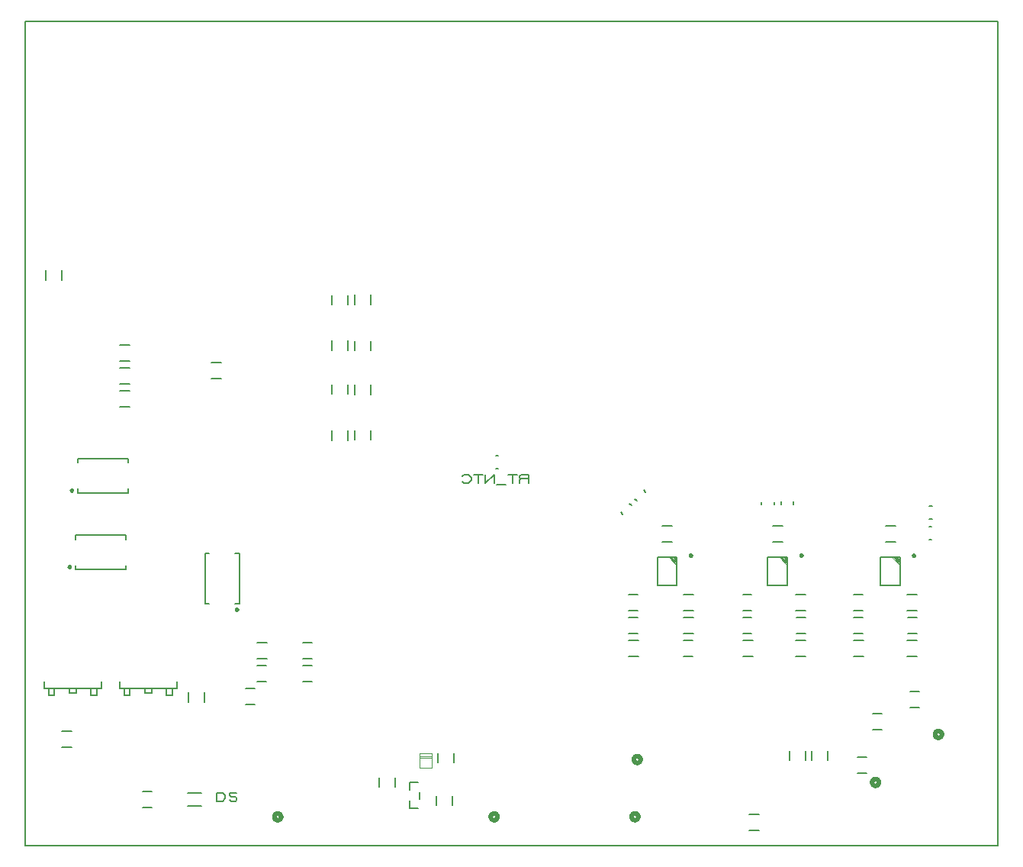
<source format=gbr>
G04 PROTEUS GERBER X2 FILE*
%TF.GenerationSoftware,Labcenter,Proteus,8.7-SP3-Build25561*%
%TF.CreationDate,2021-07-07T13:51:42+00:00*%
%TF.FileFunction,Legend,Bot*%
%TF.FilePolarity,Positive*%
%TF.Part,Single*%
%TF.SameCoordinates,{3a127f8b-3eab-4655-98d0-693b740bd20c}*%
%FSLAX45Y45*%
%MOMM*%
G01*
%TA.AperFunction,Profile*%
%ADD38C,0.203200*%
%TA.AperFunction,Material*%
%ADD48C,0.200000*%
%ADD46C,0.203200*%
%ADD52C,0.250000*%
%ADD53C,0.100000*%
%ADD49C,0.508000*%
%ADD47C,0.101600*%
%TD.AperFunction*%
D38*
X-1079500Y-6413500D02*
X+9715500Y-6413500D01*
X+9715500Y+2730500D01*
X-1079500Y+2730500D01*
X-1079500Y-6413500D01*
D48*
X+2503000Y-811000D02*
X+2503000Y-921000D01*
X+2323000Y-811000D02*
X+2323000Y-921000D01*
X+2503000Y-313000D02*
X+2503000Y-413000D01*
X+2323000Y-313000D02*
X+2323000Y-413000D01*
X+2757000Y-303000D02*
X+2757000Y-413000D01*
X+2577000Y-303000D02*
X+2577000Y-413000D01*
X+2757000Y-821000D02*
X+2757000Y-921000D01*
X+2577000Y-821000D02*
X+2577000Y-921000D01*
D46*
X-235700Y-4597400D02*
X-235700Y-4673600D01*
X-870700Y-4673600D01*
X-870700Y-4597400D01*
X-515100Y-4673600D02*
X-515100Y-4724400D01*
X-591300Y-4724400D01*
X-591300Y-4673600D01*
X-286500Y-4673600D02*
X-286500Y-4749800D01*
X-350000Y-4749800D01*
X-350000Y-4673600D01*
X-819900Y-4673600D02*
X-819900Y-4749800D01*
X-756400Y-4749800D01*
X-756400Y-4673600D02*
X-756400Y-4749800D01*
X+602500Y-4597400D02*
X+602500Y-4673600D01*
X-32500Y-4673600D01*
X-32500Y-4597400D01*
X+323100Y-4673600D02*
X+323100Y-4724400D01*
X+246900Y-4724400D01*
X+246900Y-4673600D01*
X+551700Y-4673600D02*
X+551700Y-4749800D01*
X+488200Y-4749800D01*
X+488200Y-4673600D01*
X+18300Y-4673600D02*
X+18300Y-4749800D01*
X+81800Y-4749800D01*
X+81800Y-4673600D02*
X+81800Y-4749800D01*
D48*
X+78000Y-1550500D02*
X-32000Y-1550500D01*
X+78000Y-1370500D02*
X-32000Y-1370500D01*
X+78000Y-1042500D02*
X-32000Y-1042500D01*
X+78000Y-862500D02*
X-32000Y-862500D01*
X+78000Y-1296500D02*
X-32000Y-1296500D01*
X+78000Y-1116500D02*
X-32000Y-1116500D01*
X+984000Y-1053000D02*
X+1094000Y-1053000D01*
X+984000Y-1233000D02*
X+1094000Y-1233000D01*
X-564100Y-5322400D02*
X-674100Y-5322400D01*
X-564100Y-5142400D02*
X-674100Y-5142400D01*
X+728400Y-4819900D02*
X+728400Y-4709900D01*
X+908400Y-4819900D02*
X+908400Y-4709900D01*
X+2757000Y-1301500D02*
X+2757000Y-1411500D01*
X+2577000Y-1301500D02*
X+2577000Y-1411500D01*
X+2503000Y-1809500D02*
X+2503000Y-1919500D01*
X+2323000Y-1809500D02*
X+2323000Y-1919500D01*
X+2757000Y-1809500D02*
X+2757000Y-1909500D01*
X+2577000Y-1809500D02*
X+2577000Y-1909500D01*
X+2503000Y-1301500D02*
X+2503000Y-1401500D01*
X+2323000Y-1301500D02*
X+2323000Y-1401500D01*
D52*
X+6316500Y-3195902D02*
X+6316457Y-3194863D01*
X+6316105Y-3192784D01*
X+6315368Y-3190705D01*
X+6314164Y-3188626D01*
X+6312323Y-3186576D01*
X+6310244Y-3185073D01*
X+6308165Y-3184116D01*
X+6306086Y-3183577D01*
X+6304007Y-3183402D01*
X+6304000Y-3183402D01*
X+6291500Y-3195902D02*
X+6291543Y-3194863D01*
X+6291895Y-3192784D01*
X+6292632Y-3190705D01*
X+6293836Y-3188626D01*
X+6295677Y-3186576D01*
X+6297756Y-3185073D01*
X+6299835Y-3184116D01*
X+6301914Y-3183577D01*
X+6303993Y-3183402D01*
X+6304000Y-3183402D01*
X+6291500Y-3195902D02*
X+6291543Y-3196941D01*
X+6291895Y-3199020D01*
X+6292632Y-3201099D01*
X+6293836Y-3203178D01*
X+6295677Y-3205228D01*
X+6297756Y-3206731D01*
X+6299835Y-3207688D01*
X+6301914Y-3208227D01*
X+6303993Y-3208402D01*
X+6304000Y-3208402D01*
X+6316500Y-3195902D02*
X+6316457Y-3196941D01*
X+6316105Y-3199020D01*
X+6315368Y-3201099D01*
X+6314164Y-3203178D01*
X+6312323Y-3205228D01*
X+6310244Y-3206731D01*
X+6308165Y-3207688D01*
X+6306086Y-3208227D01*
X+6304007Y-3208402D01*
X+6304000Y-3208402D01*
D48*
X+6154000Y-3525902D02*
X+5934000Y-3525902D01*
X+5934000Y-3215902D01*
X+6154000Y-3215902D01*
X+6154000Y-3525902D01*
D53*
X+6154000Y-3225902D02*
X+6144000Y-3215902D01*
X+6154000Y-3235902D02*
X+6134000Y-3215902D01*
X+6154000Y-3245902D02*
X+6124000Y-3215902D01*
X+6154000Y-3255902D02*
X+6114000Y-3215902D01*
X+6154000Y-3265902D02*
X+6104000Y-3215902D01*
X+6154000Y-3275902D02*
X+6094000Y-3215902D01*
X+6154000Y-3285902D02*
X+6084000Y-3215902D01*
X+6154000Y-3295902D02*
X+6074000Y-3215902D01*
X+6154000Y-3305902D02*
X+6064000Y-3215902D01*
D52*
X+7543607Y-3195533D02*
X+7543564Y-3194494D01*
X+7543212Y-3192415D01*
X+7542475Y-3190336D01*
X+7541271Y-3188257D01*
X+7539430Y-3186207D01*
X+7537351Y-3184704D01*
X+7535272Y-3183747D01*
X+7533193Y-3183208D01*
X+7531114Y-3183033D01*
X+7531107Y-3183033D01*
X+7518607Y-3195533D02*
X+7518650Y-3194494D01*
X+7519002Y-3192415D01*
X+7519739Y-3190336D01*
X+7520943Y-3188257D01*
X+7522784Y-3186207D01*
X+7524863Y-3184704D01*
X+7526942Y-3183747D01*
X+7529021Y-3183208D01*
X+7531100Y-3183033D01*
X+7531107Y-3183033D01*
X+7518607Y-3195533D02*
X+7518650Y-3196572D01*
X+7519002Y-3198651D01*
X+7519739Y-3200730D01*
X+7520943Y-3202809D01*
X+7522784Y-3204859D01*
X+7524863Y-3206362D01*
X+7526942Y-3207319D01*
X+7529021Y-3207858D01*
X+7531100Y-3208033D01*
X+7531107Y-3208033D01*
X+7543607Y-3195533D02*
X+7543564Y-3196572D01*
X+7543212Y-3198651D01*
X+7542475Y-3200730D01*
X+7541271Y-3202809D01*
X+7539430Y-3204859D01*
X+7537351Y-3206362D01*
X+7535272Y-3207319D01*
X+7533193Y-3207858D01*
X+7531114Y-3208033D01*
X+7531107Y-3208033D01*
D48*
X+7381107Y-3525533D02*
X+7161107Y-3525533D01*
X+7161107Y-3215533D01*
X+7381107Y-3215533D01*
X+7381107Y-3525533D01*
D53*
X+7381107Y-3225533D02*
X+7371107Y-3215533D01*
X+7381107Y-3235533D02*
X+7361107Y-3215533D01*
X+7381107Y-3245533D02*
X+7351107Y-3215533D01*
X+7381107Y-3255533D02*
X+7341107Y-3215533D01*
X+7381107Y-3265533D02*
X+7331107Y-3215533D01*
X+7381107Y-3275533D02*
X+7321107Y-3215533D01*
X+7381107Y-3285533D02*
X+7311107Y-3215533D01*
X+7381107Y-3295533D02*
X+7301107Y-3215533D01*
X+7381107Y-3305533D02*
X+7291107Y-3215533D01*
D52*
X+8793369Y-3197033D02*
X+8793326Y-3195994D01*
X+8792974Y-3193915D01*
X+8792237Y-3191836D01*
X+8791033Y-3189757D01*
X+8789192Y-3187707D01*
X+8787113Y-3186204D01*
X+8785034Y-3185247D01*
X+8782955Y-3184708D01*
X+8780876Y-3184533D01*
X+8780869Y-3184533D01*
X+8768369Y-3197033D02*
X+8768412Y-3195994D01*
X+8768764Y-3193915D01*
X+8769501Y-3191836D01*
X+8770705Y-3189757D01*
X+8772546Y-3187707D01*
X+8774625Y-3186204D01*
X+8776704Y-3185247D01*
X+8778783Y-3184708D01*
X+8780862Y-3184533D01*
X+8780869Y-3184533D01*
X+8768369Y-3197033D02*
X+8768412Y-3198072D01*
X+8768764Y-3200151D01*
X+8769501Y-3202230D01*
X+8770705Y-3204309D01*
X+8772546Y-3206359D01*
X+8774625Y-3207862D01*
X+8776704Y-3208819D01*
X+8778783Y-3209358D01*
X+8780862Y-3209533D01*
X+8780869Y-3209533D01*
X+8793369Y-3197033D02*
X+8793326Y-3198072D01*
X+8792974Y-3200151D01*
X+8792237Y-3202230D01*
X+8791033Y-3204309D01*
X+8789192Y-3206359D01*
X+8787113Y-3207862D01*
X+8785034Y-3208819D01*
X+8782955Y-3209358D01*
X+8780876Y-3209533D01*
X+8780869Y-3209533D01*
D48*
X+8630869Y-3527033D02*
X+8410869Y-3527033D01*
X+8410869Y-3217033D01*
X+8630869Y-3217033D01*
X+8630869Y-3527033D01*
D53*
X+8630869Y-3227033D02*
X+8620869Y-3217033D01*
X+8630869Y-3237033D02*
X+8610869Y-3217033D01*
X+8630869Y-3247033D02*
X+8600869Y-3217033D01*
X+8630869Y-3257033D02*
X+8590869Y-3217033D01*
X+8630869Y-3267033D02*
X+8580869Y-3217033D01*
X+8630869Y-3277033D02*
X+8570869Y-3217033D01*
X+8630869Y-3287033D02*
X+8560869Y-3217033D01*
X+8630869Y-3297033D02*
X+8550869Y-3217033D01*
X+8630869Y-3307033D02*
X+8540869Y-3217033D01*
D48*
X+6100500Y-3047402D02*
X+5990500Y-3047402D01*
X+6100500Y-2867402D02*
X+5990500Y-2867402D01*
X+7327607Y-3047033D02*
X+7217607Y-3047033D01*
X+7327607Y-2867033D02*
X+7217607Y-2867033D01*
X+8577369Y-3048533D02*
X+8467369Y-3048533D01*
X+8577369Y-2868533D02*
X+8467369Y-2868533D01*
X+6337000Y-3809402D02*
X+6227000Y-3809402D01*
X+6337000Y-3629402D02*
X+6227000Y-3629402D01*
X+7581607Y-3809033D02*
X+7471607Y-3809033D01*
X+7581607Y-3629033D02*
X+7471607Y-3629033D01*
X+8813869Y-3809033D02*
X+8703869Y-3809033D01*
X+8813869Y-3629033D02*
X+8703869Y-3629033D01*
X+6337000Y-4063402D02*
X+6227000Y-4063402D01*
X+6337000Y-3883402D02*
X+6227000Y-3883402D01*
X+5729500Y-4317402D02*
X+5619500Y-4317402D01*
X+5729500Y-4137402D02*
X+5619500Y-4137402D01*
X+5619500Y-3629402D02*
X+5719500Y-3629402D01*
X+5619500Y-3809402D02*
X+5719500Y-3809402D01*
X+6327000Y-4317402D02*
X+6227000Y-4317402D01*
X+6327000Y-4137402D02*
X+6227000Y-4137402D01*
X+5719500Y-4063402D02*
X+5619500Y-4063402D01*
X+5719500Y-3883402D02*
X+5619500Y-3883402D01*
X+6882607Y-3629033D02*
X+6982607Y-3629033D01*
X+6882607Y-3809033D02*
X+6982607Y-3809033D01*
X+7581607Y-4063033D02*
X+7481607Y-4063033D01*
X+7581607Y-3883033D02*
X+7481607Y-3883033D01*
X+6982607Y-4063033D02*
X+6882607Y-4063033D01*
X+6982607Y-3883033D02*
X+6882607Y-3883033D01*
X+8114869Y-3629033D02*
X+8214869Y-3629033D01*
X+8114869Y-3809033D02*
X+8214869Y-3809033D01*
X+8813869Y-4063033D02*
X+8713869Y-4063033D01*
X+8813869Y-3883033D02*
X+8713869Y-3883033D01*
X+8214869Y-4063033D02*
X+8114869Y-4063033D01*
X+8214869Y-3883033D02*
X+8114869Y-3883033D01*
X+6992607Y-4317033D02*
X+6882607Y-4317033D01*
X+6992607Y-4137033D02*
X+6882607Y-4137033D01*
X+7581607Y-4317033D02*
X+7471607Y-4317033D01*
X+7581607Y-4137033D02*
X+7471607Y-4137033D01*
X+8224869Y-4317033D02*
X+8114869Y-4317033D01*
X+8224869Y-4137033D02*
X+8114869Y-4137033D01*
X+8813869Y-4317033D02*
X+8703869Y-4317033D01*
X+8813869Y-4137033D02*
X+8703869Y-4137033D01*
X+7063000Y-6249500D02*
X+6953000Y-6249500D01*
X+7063000Y-6069500D02*
X+6953000Y-6069500D01*
X+1602000Y-4344500D02*
X+1492000Y-4344500D01*
X+1602000Y-4164500D02*
X+1492000Y-4164500D01*
X-672000Y-31500D02*
X-672000Y-141500D01*
X-852000Y-31500D02*
X-852000Y-141500D01*
D46*
X+718820Y-5979160D02*
X+871220Y-5979160D01*
X+721360Y-5831840D02*
X+871220Y-5831840D01*
X+1046480Y-5829301D02*
X+1046480Y-5920741D01*
X+1109980Y-5920741D01*
X+1141730Y-5890261D01*
X+1141730Y-5859781D01*
X+1109980Y-5829301D01*
X+1046480Y-5829301D01*
X+1189355Y-5905501D02*
X+1205230Y-5920741D01*
X+1252855Y-5920741D01*
X+1268730Y-5905501D01*
X+1268730Y-5890261D01*
X+1252855Y-5875021D01*
X+1205230Y-5875021D01*
X+1189355Y-5859781D01*
X+1189355Y-5829301D01*
X+1268730Y-5829301D01*
D49*
X+9093200Y-5181500D02*
X+9093069Y-5178342D01*
X+9092003Y-5172024D01*
X+9089772Y-5165706D01*
X+9086127Y-5159388D01*
X+9080552Y-5153149D01*
X+9074234Y-5148553D01*
X+9067916Y-5145620D01*
X+9061598Y-5143958D01*
X+9055280Y-5143400D01*
X+9055100Y-5143400D01*
X+9017000Y-5181500D02*
X+9017131Y-5178342D01*
X+9018197Y-5172024D01*
X+9020428Y-5165706D01*
X+9024073Y-5159388D01*
X+9029648Y-5153149D01*
X+9035966Y-5148553D01*
X+9042284Y-5145620D01*
X+9048602Y-5143958D01*
X+9054920Y-5143400D01*
X+9055100Y-5143400D01*
X+9017000Y-5181500D02*
X+9017131Y-5184658D01*
X+9018197Y-5190976D01*
X+9020428Y-5197294D01*
X+9024073Y-5203612D01*
X+9029648Y-5209851D01*
X+9035966Y-5214447D01*
X+9042284Y-5217380D01*
X+9048602Y-5219042D01*
X+9054920Y-5219600D01*
X+9055100Y-5219600D01*
X+9093200Y-5181500D02*
X+9093069Y-5184658D01*
X+9092003Y-5190976D01*
X+9089772Y-5197294D01*
X+9086127Y-5203612D01*
X+9080552Y-5209851D01*
X+9074234Y-5214447D01*
X+9067916Y-5217380D01*
X+9061598Y-5219042D01*
X+9055280Y-5219600D01*
X+9055100Y-5219600D01*
D48*
X+8159500Y-5434500D02*
X+8259500Y-5434500D01*
X+8159500Y-5614500D02*
X+8259500Y-5614500D01*
X+7583000Y-5365500D02*
X+7583000Y-5465500D01*
X+7403000Y-5365500D02*
X+7403000Y-5465500D01*
X+7647500Y-5465500D02*
X+7647500Y-5365500D01*
X+7827500Y-5465500D02*
X+7827500Y-5365500D01*
X+8738416Y-4703216D02*
X+8838416Y-4703216D01*
X+8738416Y-4883216D02*
X+8838416Y-4883216D01*
X+324100Y-5995500D02*
X+224100Y-5995500D01*
X+324100Y-5815500D02*
X+224100Y-5815500D01*
X+2000000Y-4418500D02*
X+2100000Y-4418500D01*
X+2000000Y-4598500D02*
X+2100000Y-4598500D01*
X+2000000Y-4164500D02*
X+2100000Y-4164500D01*
X+2000000Y-4344500D02*
X+2100000Y-4344500D01*
X+1492000Y-4418500D02*
X+1592000Y-4418500D01*
X+1492000Y-4598500D02*
X+1592000Y-4598500D01*
X+1465000Y-4852500D02*
X+1365000Y-4852500D01*
X+1465000Y-4672500D02*
X+1365000Y-4672500D01*
D49*
X+8394600Y-5715000D02*
X+8394469Y-5711842D01*
X+8393403Y-5705524D01*
X+8391172Y-5699206D01*
X+8387527Y-5692888D01*
X+8381952Y-5686649D01*
X+8375634Y-5682053D01*
X+8369316Y-5679120D01*
X+8362998Y-5677458D01*
X+8356680Y-5676900D01*
X+8356500Y-5676900D01*
X+8318400Y-5715000D02*
X+8318531Y-5711842D01*
X+8319597Y-5705524D01*
X+8321828Y-5699206D01*
X+8325473Y-5692888D01*
X+8331048Y-5686649D01*
X+8337366Y-5682053D01*
X+8343684Y-5679120D01*
X+8350002Y-5677458D01*
X+8356320Y-5676900D01*
X+8356500Y-5676900D01*
X+8318400Y-5715000D02*
X+8318531Y-5718158D01*
X+8319597Y-5724476D01*
X+8321828Y-5730794D01*
X+8325473Y-5737112D01*
X+8331048Y-5743351D01*
X+8337366Y-5747947D01*
X+8343684Y-5750880D01*
X+8350002Y-5752542D01*
X+8356320Y-5753100D01*
X+8356500Y-5753100D01*
X+8394600Y-5715000D02*
X+8394469Y-5718158D01*
X+8393403Y-5724476D01*
X+8391172Y-5730794D01*
X+8387527Y-5737112D01*
X+8381952Y-5743351D01*
X+8375634Y-5747947D01*
X+8369316Y-5750880D01*
X+8362998Y-5752542D01*
X+8356680Y-5753100D01*
X+8356500Y-5753100D01*
X+4162600Y-6096000D02*
X+4162469Y-6092842D01*
X+4161403Y-6086524D01*
X+4159172Y-6080206D01*
X+4155527Y-6073888D01*
X+4149952Y-6067649D01*
X+4143634Y-6063053D01*
X+4137316Y-6060120D01*
X+4130998Y-6058458D01*
X+4124680Y-6057900D01*
X+4124500Y-6057900D01*
X+4086400Y-6096000D02*
X+4086531Y-6092842D01*
X+4087597Y-6086524D01*
X+4089828Y-6080206D01*
X+4093473Y-6073888D01*
X+4099048Y-6067649D01*
X+4105366Y-6063053D01*
X+4111684Y-6060120D01*
X+4118002Y-6058458D01*
X+4124320Y-6057900D01*
X+4124500Y-6057900D01*
X+4086400Y-6096000D02*
X+4086531Y-6099158D01*
X+4087597Y-6105476D01*
X+4089828Y-6111794D01*
X+4093473Y-6118112D01*
X+4099048Y-6124351D01*
X+4105366Y-6128947D01*
X+4111684Y-6131880D01*
X+4118002Y-6133542D01*
X+4124320Y-6134100D01*
X+4124500Y-6134100D01*
X+4162600Y-6096000D02*
X+4162469Y-6099158D01*
X+4161403Y-6105476D01*
X+4159172Y-6111794D01*
X+4155527Y-6118112D01*
X+4149952Y-6124351D01*
X+4143634Y-6128947D01*
X+4137316Y-6131880D01*
X+4130998Y-6133542D01*
X+4124680Y-6134100D01*
X+4124500Y-6134100D01*
X+5724600Y-6096000D02*
X+5724469Y-6092842D01*
X+5723403Y-6086524D01*
X+5721172Y-6080206D01*
X+5717527Y-6073888D01*
X+5711952Y-6067649D01*
X+5705634Y-6063053D01*
X+5699316Y-6060120D01*
X+5692998Y-6058458D01*
X+5686680Y-6057900D01*
X+5686500Y-6057900D01*
X+5648400Y-6096000D02*
X+5648531Y-6092842D01*
X+5649597Y-6086524D01*
X+5651828Y-6080206D01*
X+5655473Y-6073888D01*
X+5661048Y-6067649D01*
X+5667366Y-6063053D01*
X+5673684Y-6060120D01*
X+5680002Y-6058458D01*
X+5686320Y-6057900D01*
X+5686500Y-6057900D01*
X+5648400Y-6096000D02*
X+5648531Y-6099158D01*
X+5649597Y-6105476D01*
X+5651828Y-6111794D01*
X+5655473Y-6118112D01*
X+5661048Y-6124351D01*
X+5667366Y-6128947D01*
X+5673684Y-6131880D01*
X+5680002Y-6133542D01*
X+5686320Y-6134100D01*
X+5686500Y-6134100D01*
X+5724600Y-6096000D02*
X+5724469Y-6099158D01*
X+5723403Y-6105476D01*
X+5721172Y-6111794D01*
X+5717527Y-6118112D01*
X+5711952Y-6124351D01*
X+5705634Y-6128947D01*
X+5699316Y-6131880D01*
X+5692998Y-6133542D01*
X+5686680Y-6134100D01*
X+5686500Y-6134100D01*
X+5750100Y-5461000D02*
X+5749969Y-5457842D01*
X+5748903Y-5451524D01*
X+5746672Y-5445206D01*
X+5743027Y-5438888D01*
X+5737452Y-5432649D01*
X+5731134Y-5428053D01*
X+5724816Y-5425120D01*
X+5718498Y-5423458D01*
X+5712180Y-5422900D01*
X+5712000Y-5422900D01*
X+5673900Y-5461000D02*
X+5674031Y-5457842D01*
X+5675097Y-5451524D01*
X+5677328Y-5445206D01*
X+5680973Y-5438888D01*
X+5686548Y-5432649D01*
X+5692866Y-5428053D01*
X+5699184Y-5425120D01*
X+5705502Y-5423458D01*
X+5711820Y-5422900D01*
X+5712000Y-5422900D01*
X+5673900Y-5461000D02*
X+5674031Y-5464158D01*
X+5675097Y-5470476D01*
X+5677328Y-5476794D01*
X+5680973Y-5483112D01*
X+5686548Y-5489351D01*
X+5692866Y-5493947D01*
X+5699184Y-5496880D01*
X+5705502Y-5498542D01*
X+5711820Y-5499100D01*
X+5712000Y-5499100D01*
X+5750100Y-5461000D02*
X+5749969Y-5464158D01*
X+5748903Y-5470476D01*
X+5746672Y-5476794D01*
X+5743027Y-5483112D01*
X+5737452Y-5489351D01*
X+5731134Y-5493947D01*
X+5724816Y-5496880D01*
X+5718498Y-5498542D01*
X+5712180Y-5499100D01*
X+5712000Y-5499100D01*
X+1760831Y-6096000D02*
X+1760700Y-6092842D01*
X+1759634Y-6086524D01*
X+1757403Y-6080206D01*
X+1753758Y-6073888D01*
X+1748183Y-6067649D01*
X+1741865Y-6063053D01*
X+1735547Y-6060120D01*
X+1729229Y-6058458D01*
X+1722911Y-6057900D01*
X+1722731Y-6057900D01*
X+1684631Y-6096000D02*
X+1684762Y-6092842D01*
X+1685828Y-6086524D01*
X+1688059Y-6080206D01*
X+1691704Y-6073888D01*
X+1697279Y-6067649D01*
X+1703597Y-6063053D01*
X+1709915Y-6060120D01*
X+1716233Y-6058458D01*
X+1722551Y-6057900D01*
X+1722731Y-6057900D01*
X+1684631Y-6096000D02*
X+1684762Y-6099158D01*
X+1685828Y-6105476D01*
X+1688059Y-6111794D01*
X+1691704Y-6118112D01*
X+1697279Y-6124351D01*
X+1703597Y-6128947D01*
X+1709915Y-6131880D01*
X+1716233Y-6133542D01*
X+1722551Y-6134100D01*
X+1722731Y-6134100D01*
X+1760831Y-6096000D02*
X+1760700Y-6099158D01*
X+1759634Y-6105476D01*
X+1757403Y-6111794D01*
X+1753758Y-6118112D01*
X+1748183Y-6124351D01*
X+1741865Y-6128947D01*
X+1735547Y-6131880D01*
X+1729229Y-6133542D01*
X+1722911Y-6134100D01*
X+1722731Y-6134100D01*
D48*
X+4139500Y-2089000D02*
X+4169500Y-2089000D01*
X+4139500Y-2229000D02*
X+4169500Y-2229000D01*
D46*
X+4503750Y-2392670D02*
X+4503750Y-2301230D01*
X+4424375Y-2301230D01*
X+4408500Y-2316470D01*
X+4408500Y-2331710D01*
X+4424375Y-2346950D01*
X+4503750Y-2346950D01*
X+4424375Y-2346950D02*
X+4408500Y-2362190D01*
X+4408500Y-2392670D01*
X+4376750Y-2301230D02*
X+4281500Y-2301230D01*
X+4329125Y-2301230D02*
X+4329125Y-2392670D01*
X+4249750Y-2407910D02*
X+4154500Y-2407910D01*
X+4122750Y-2392670D02*
X+4122750Y-2301230D01*
X+4027500Y-2392670D01*
X+4027500Y-2301230D01*
X+3995750Y-2301230D02*
X+3900500Y-2301230D01*
X+3948125Y-2301230D02*
X+3948125Y-2392670D01*
X+3773500Y-2377430D02*
X+3789375Y-2392670D01*
X+3837000Y-2392670D01*
X+3868750Y-2362190D01*
X+3868750Y-2331710D01*
X+3837000Y-2301230D01*
X+3789375Y-2301230D01*
X+3773500Y-2316470D01*
D48*
X+3499358Y-5492074D02*
X+3499358Y-5392074D01*
X+3679358Y-5492074D02*
X+3679358Y-5392074D01*
X+3658700Y-5862900D02*
X+3658700Y-5962900D01*
X+3478700Y-5862900D02*
X+3478700Y-5962900D01*
X+2843700Y-5759700D02*
X+2843700Y-5659700D01*
X+3023700Y-5759700D02*
X+3023700Y-5659700D01*
D46*
X+3185160Y-6004560D02*
X+3185160Y-5915660D01*
X+3296920Y-5897880D02*
X+3296920Y-5826760D01*
X+3185160Y-6004560D02*
X+3276600Y-6004560D01*
X+3279140Y-5715000D02*
X+3185160Y-5715000D01*
X+3185160Y-5801360D01*
D52*
X-577400Y-3322300D02*
X-577443Y-3321261D01*
X-577795Y-3319182D01*
X-578532Y-3317103D01*
X-579736Y-3315024D01*
X-581577Y-3312974D01*
X-583656Y-3311471D01*
X-585735Y-3310514D01*
X-587814Y-3309975D01*
X-589893Y-3309800D01*
X-589900Y-3309800D01*
X-602400Y-3322300D02*
X-602357Y-3321261D01*
X-602005Y-3319182D01*
X-601268Y-3317103D01*
X-600064Y-3315024D01*
X-598223Y-3312974D01*
X-596144Y-3311471D01*
X-594065Y-3310514D01*
X-591986Y-3309975D01*
X-589907Y-3309800D01*
X-589900Y-3309800D01*
X-602400Y-3322300D02*
X-602357Y-3323339D01*
X-602005Y-3325418D01*
X-601268Y-3327497D01*
X-600064Y-3329576D01*
X-598223Y-3331626D01*
X-596144Y-3333129D01*
X-594065Y-3334086D01*
X-591986Y-3334625D01*
X-589907Y-3334800D01*
X-589900Y-3334800D01*
X-577400Y-3322300D02*
X-577443Y-3323339D01*
X-577795Y-3325418D01*
X-578532Y-3327497D01*
X-579736Y-3329576D01*
X-581577Y-3331626D01*
X-583656Y-3333129D01*
X-585735Y-3334086D01*
X-587814Y-3334625D01*
X-589893Y-3334800D01*
X-589900Y-3334800D01*
D48*
X-524900Y-3307300D02*
X-524900Y-3352300D01*
X+35100Y-3352300D01*
X+35100Y-3307300D01*
X-524900Y-3017300D02*
X-524900Y-2972300D01*
X+35100Y-2972300D01*
X+35100Y-3017300D01*
D52*
X-552000Y-2471400D02*
X-552043Y-2470361D01*
X-552395Y-2468282D01*
X-553132Y-2466203D01*
X-554336Y-2464124D01*
X-556177Y-2462074D01*
X-558256Y-2460571D01*
X-560335Y-2459614D01*
X-562414Y-2459075D01*
X-564493Y-2458900D01*
X-564500Y-2458900D01*
X-577000Y-2471400D02*
X-576957Y-2470361D01*
X-576605Y-2468282D01*
X-575868Y-2466203D01*
X-574664Y-2464124D01*
X-572823Y-2462074D01*
X-570744Y-2460571D01*
X-568665Y-2459614D01*
X-566586Y-2459075D01*
X-564507Y-2458900D01*
X-564500Y-2458900D01*
X-577000Y-2471400D02*
X-576957Y-2472439D01*
X-576605Y-2474518D01*
X-575868Y-2476597D01*
X-574664Y-2478676D01*
X-572823Y-2480726D01*
X-570744Y-2482229D01*
X-568665Y-2483186D01*
X-566586Y-2483725D01*
X-564507Y-2483900D01*
X-564500Y-2483900D01*
X-552000Y-2471400D02*
X-552043Y-2472439D01*
X-552395Y-2474518D01*
X-553132Y-2476597D01*
X-554336Y-2478676D01*
X-556177Y-2480726D01*
X-558256Y-2482229D01*
X-560335Y-2483186D01*
X-562414Y-2483725D01*
X-564493Y-2483900D01*
X-564500Y-2483900D01*
D48*
X-499500Y-2456400D02*
X-499500Y-2501400D01*
X+60500Y-2501400D01*
X+60500Y-2456400D01*
X-499500Y-2166400D02*
X-499500Y-2121400D01*
X+60500Y-2121400D01*
X+60500Y-2166400D01*
D52*
X+1277400Y-3795800D02*
X+1277357Y-3794761D01*
X+1277005Y-3792682D01*
X+1276268Y-3790603D01*
X+1275064Y-3788524D01*
X+1273223Y-3786474D01*
X+1271144Y-3784971D01*
X+1269065Y-3784014D01*
X+1266986Y-3783475D01*
X+1264907Y-3783300D01*
X+1264900Y-3783300D01*
X+1252400Y-3795800D02*
X+1252443Y-3794761D01*
X+1252795Y-3792682D01*
X+1253532Y-3790603D01*
X+1254736Y-3788524D01*
X+1256577Y-3786474D01*
X+1258656Y-3784971D01*
X+1260735Y-3784014D01*
X+1262814Y-3783475D01*
X+1264893Y-3783300D01*
X+1264900Y-3783300D01*
X+1252400Y-3795800D02*
X+1252443Y-3796839D01*
X+1252795Y-3798918D01*
X+1253532Y-3800997D01*
X+1254736Y-3803076D01*
X+1256577Y-3805126D01*
X+1258656Y-3806629D01*
X+1260735Y-3807586D01*
X+1262814Y-3808125D01*
X+1264893Y-3808300D01*
X+1264900Y-3808300D01*
X+1277400Y-3795800D02*
X+1277357Y-3796839D01*
X+1277005Y-3798918D01*
X+1276268Y-3800997D01*
X+1275064Y-3803076D01*
X+1273223Y-3805126D01*
X+1271144Y-3806629D01*
X+1269065Y-3807586D01*
X+1266986Y-3808125D01*
X+1264907Y-3808300D01*
X+1264900Y-3808300D01*
D48*
X+1249900Y-3730800D02*
X+1294900Y-3730800D01*
X+1294900Y-3170800D01*
X+1249900Y-3170800D01*
X+959900Y-3730800D02*
X+914900Y-3730800D01*
X+914900Y-3170800D01*
X+959900Y-3170800D01*
X+8426700Y-5131900D02*
X+8326700Y-5131900D01*
X+8426700Y-4951900D02*
X+8326700Y-4951900D01*
D47*
X+3295500Y-5421357D02*
X+3435500Y-5421357D01*
X+3295500Y-5441357D02*
X+3435500Y-5441357D01*
X+3295500Y-5551357D02*
X+3435500Y-5551357D01*
X+3435500Y-5391357D01*
X+3295500Y-5391357D01*
X+3295500Y-5551357D01*
D48*
X+5550709Y-2739804D02*
X+5529496Y-2718591D01*
X+5649704Y-2640809D02*
X+5628491Y-2619596D01*
X+5706998Y-2592893D02*
X+5685785Y-2571680D01*
X+5805993Y-2493898D02*
X+5784780Y-2472685D01*
X+7092800Y-2632800D02*
X+7092800Y-2602800D01*
X+7232800Y-2632800D02*
X+7232800Y-2602800D01*
X+7308700Y-2629600D02*
X+7308700Y-2599600D01*
X+7448700Y-2629600D02*
X+7448700Y-2599600D01*
X+8952800Y-2647800D02*
X+8982800Y-2647800D01*
X+8952800Y-2787800D02*
X+8982800Y-2787800D01*
X+8949600Y-2876400D02*
X+8979600Y-2876400D01*
X+8949600Y-3016400D02*
X+8979600Y-3016400D01*
M02*

</source>
